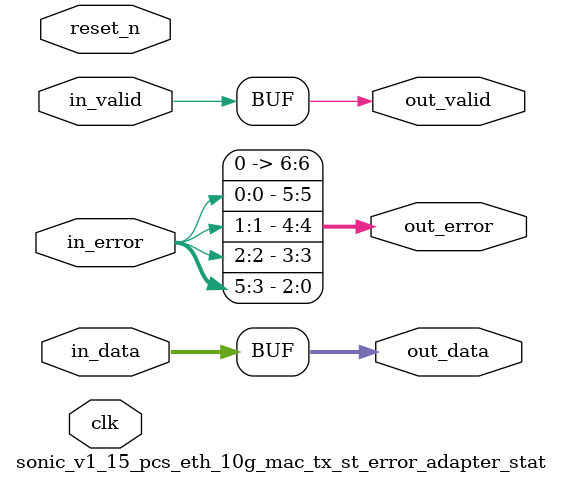
<source format=v>

`timescale 1ns / 100ps
module sonic_v1_15_pcs_eth_10g_mac_tx_st_error_adapter_stat (
    
      // Interface: clk
      input              clk,
      // Interface: reset
      input              reset_n,
      // Interface: in
      input              in_valid,
      input      [39: 0] in_data,
      input      [ 5: 0] in_error,
      // Interface: out
      output reg         out_valid,
      output reg [39: 0] out_data,
      output reg [ 6: 0] out_error
);



   // ---------------------------------------------------------------------
   //| Pass-through Mapping
   // ---------------------------------------------------------------------
   always @* begin
      out_valid = in_valid;
      out_data = in_data;

   end

   // ---------------------------------------------------------------------
   //| Error Mapping
   // ---------------------------------------------------------------------
   always @* begin
      out_error = 0;
      
      out_error[0] = in_error[3];   // undersize
      out_error[1] = in_error[4];   // oversize
      out_error[2] = in_error[5];   // payload_length
      out_error[3] = in_error[2];   // crc
      out_error[4] = in_error[1];   // underflow
      out_error[5] = in_error[0];   // user
   

   end
endmodule
</source>
